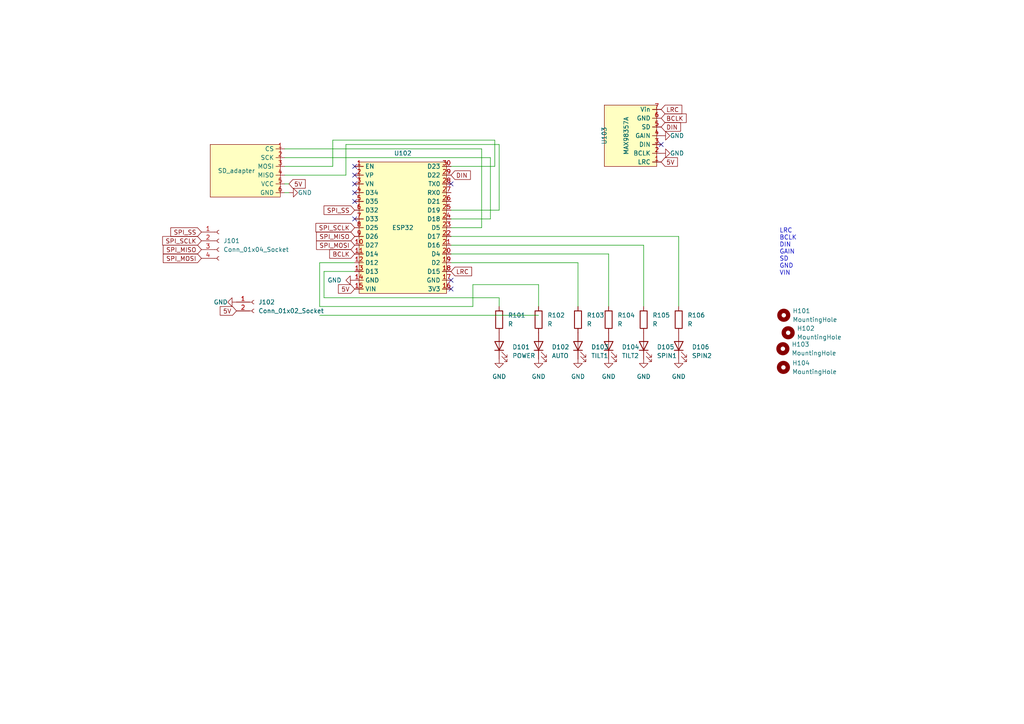
<source format=kicad_sch>
(kicad_sch (version 20230121) (generator eeschema)
  (paper "A4")
  (lib_symbols
    (symbol "Connector:Conn_01x02_Socket" (pin_names (offset 1.016) hide)
      (property "Reference" "J" (at 0 2.54 0))
      (property "Value" "Conn_01x02_Socket" (at 0 -5.08 0))
      (symbol "Conn_01x02_Socket_1_1"
        (arc (start 0 -2.032) (mid -0.5058 -2.54) (end 0 -3.048) (stroke (width 0.1524)))
        (polyline (pts (xy -1.27 -2.54) (xy -0.508 -2.54)) (stroke (width 0.1524)))
        (polyline (pts (xy -1.27 0) (xy -0.508 0)) (stroke (width 0.1524)))
        (arc (start 0 0.508) (mid -0.5058 0) (end 0 -0.508) (stroke (width 0.1524)))
        (pin passive line (at -5.08 0 0) (length 3.81) (name "Pin_1") (number "1"))
        (pin passive line (at -5.08 -2.54 0) (length 3.81) (name "Pin_2") (number "2"))
      )
    )
    (symbol "Connector:Conn_01x04_Socket" (pin_names (offset 1.016) hide)
      (property "Reference" "J" (at 0 5.08 0))
      (property "Value" "Conn_01x04_Socket" (at 0 -7.62 0))
      (symbol "Conn_01x04_Socket_1_1"
        (arc (start 0 -4.572) (mid -0.5058 -5.08) (end 0 -5.588) (stroke (width 0.1524)))
        (arc (start 0 -2.032) (mid -0.5058 -2.54) (end 0 -3.048) (stroke (width 0.1524)))
        (polyline (pts (xy -1.27 -5.08) (xy -0.508 -5.08)) (stroke (width 0.1524)))
        (polyline (pts (xy -1.27 -2.54) (xy -0.508 -2.54)) (stroke (width 0.1524)))
        (polyline (pts (xy -1.27 0) (xy -0.508 0)) (stroke (width 0.1524)))
        (polyline (pts (xy -1.27 2.54) (xy -0.508 2.54)) (stroke (width 0.1524)))
        (arc (start 0 0.508) (mid -0.5058 0) (end 0 -0.508) (stroke (width 0.1524)))
        (arc (start 0 3.048) (mid -0.5058 2.54) (end 0 2.032) (stroke (width 0.1524)))
        (pin passive line (at -5.08 2.54 0) (length 3.81) (name "Pin_1") (number "1"))
        (pin passive line (at -5.08 0 0) (length 3.81) (name "Pin_2") (number "2"))
        (pin passive line (at -5.08 -2.54 0) (length 3.81) (name "Pin_3") (number "3"))
        (pin passive line (at -5.08 -5.08 0) (length 3.81) (name "Pin_4") (number "4"))
      )
    )
    (symbol "Device:LED" (pin_numbers hide) (pin_names (offset 1.016) hide)
      (property "Reference" "D" (at 0 2.54 0))
      (property "Value" "LED" (at 0 -2.54 0))
      (symbol "LED_0_1"
        (polyline (pts (xy -1.27 -1.27) (xy -1.27 1.27)) (stroke (width 0.254)))
        (polyline (pts (xy -1.27 0) (xy 1.27 0)))
        (polyline (pts (xy 1.27 -1.27) (xy 1.27 1.27) (xy -1.27 0) (xy 1.27 -1.27)) (stroke (width 0.254)))
        (polyline (pts (xy -3.048 -0.762) (xy -4.572 -2.286) (xy -3.81 -2.286) (xy -4.572 -2.286) (xy -4.572 -1.524)))
        (polyline (pts (xy -1.778 -0.762) (xy -3.302 -2.286) (xy -2.54 -2.286) (xy -3.302 -2.286) (xy -3.302 -1.524)))
      )
      (symbol "LED_1_1"
        (pin passive line (at -3.81 0 0) (length 2.54) (name "K") (number "1"))
        (pin passive line (at 3.81 0 180) (length 2.54) (name "A") (number "2"))
      )
    )
    (symbol "Device:R" (pin_numbers hide) (pin_names (offset 0))
      (property "Reference" "R" (at 2.032 0 90))
      (property "Value" "R" (at 0 0 90))
      (symbol "R_0_1"
        (rectangle (start -1.016 -2.54) (end 1.016 2.54) (stroke (width 0.254)))
      )
      (symbol "R_1_1"
        (pin passive line (at 0 3.81 270) (length 1.27) (name "~") (number "1"))
        (pin passive line (at 0 -3.81 90) (length 1.27) (name "~") (number "2"))
      )
    )
    (symbol "ESP32_30PIN:ESP32_30PIN"
      (property "Reference" "U" (at 0 0 0))
      (symbol "ESP32_30PIN_1_1"
        (rectangle (start -12.7 19.05) (end 12.7 -19.05) (fill (type background)))
        (pin bidirectional line (at -13.97 17.78 0) (length 2.54) (name "EN") (number "1"))
        (pin bidirectional line (at -13.97 -5.08 0) (length 2.54) (name "D27") (number "10"))
        (pin bidirectional line (at -13.97 -7.62 0) (length 2.54) (name "D14") (number "11"))
        (pin bidirectional line (at -13.97 -10.16 0) (length 2.54) (name "D12") (number "12"))
        (pin bidirectional line (at -13.97 -12.7 0) (length 2.54) (name "D13") (number "13"))
        (pin bidirectional line (at -13.97 -15.24 0) (length 2.54) (name "GND") (number "14"))
        (pin bidirectional line (at -13.97 -17.78 0) (length 2.54) (name "VIN") (number "15"))
        (pin bidirectional line (at 13.97 -17.78 180) (length 2.54) (name "3V3") (number "16"))
        (pin bidirectional line (at 13.97 -15.24 180) (length 2.54) (name "GND") (number "17"))
        (pin bidirectional line (at 13.97 -12.7 180) (length 2.54) (name "D15") (number "18"))
        (pin bidirectional line (at 13.97 -10.16 180) (length 2.54) (name "D2") (number "19"))
        (pin bidirectional line (at -13.97 15.24 0) (length 2.54) (name "VP") (number "2"))
        (pin bidirectional line (at 13.97 -7.62 180) (length 2.54) (name "D4") (number "20"))
        (pin bidirectional line (at 13.97 -5.08 180) (length 2.54) (name "D16") (number "21"))
        (pin bidirectional line (at 13.97 -2.54 180) (length 2.54) (name "D17") (number "22"))
        (pin bidirectional line (at 13.97 0 180) (length 2.54) (name "D5") (number "23"))
        (pin bidirectional line (at 13.97 2.54 180) (length 2.54) (name "D18") (number "24"))
        (pin bidirectional line (at 13.97 5.08 180) (length 2.54) (name "D19") (number "25"))
        (pin bidirectional line (at 13.97 7.62 180) (length 2.54) (name "D21") (number "26"))
        (pin bidirectional line (at 13.97 10.16 180) (length 2.54) (name "RX0") (number "27"))
        (pin bidirectional line (at 13.97 12.7 180) (length 2.54) (name "TX0") (number "28"))
        (pin bidirectional line (at 13.97 15.24 180) (length 2.54) (name "D22") (number "29"))
        (pin bidirectional line (at -13.97 12.7 0) (length 2.54) (name "VN") (number "3"))
        (pin bidirectional line (at 13.97 17.78 180) (length 2.54) (name "D23") (number "30"))
        (pin bidirectional line (at -13.97 10.16 0) (length 2.54) (name "D34") (number "4"))
        (pin bidirectional line (at -13.97 7.62 0) (length 2.54) (name "D35") (number "5"))
        (pin bidirectional line (at -13.97 5.08 0) (length 2.54) (name "D32") (number "6"))
        (pin bidirectional line (at -13.97 2.54 0) (length 2.54) (name "D33") (number "7"))
        (pin bidirectional line (at -13.97 0 0) (length 2.54) (name "D25") (number "8"))
        (pin bidirectional line (at -13.97 -2.54 0) (length 2.54) (name "D26") (number "9"))
      )
    )
    (symbol "MAX98357A:MAX98357A"
      (property "Reference" "U" (at 2.54 -7.62 0))
      (symbol "MAX98357A_1_1"
        (rectangle (start -8.89 7.62) (end 8.89 -7.62) (fill (type background)))
        (pin bidirectional line (at -7.62 -8.89 90) (length 2.54) (name "LRC") (number "1"))
        (pin bidirectional line (at -5.08 -8.89 90) (length 2.54) (name "BCLK") (number "2"))
        (pin bidirectional line (at -2.54 -8.89 90) (length 2.54) (name "DIN") (number "3"))
        (pin bidirectional line (at 0 -8.89 90) (length 2.54) (name "GAIN") (number "4"))
        (pin bidirectional line (at 2.54 -8.89 90) (length 2.54) (name "SD") (number "5"))
        (pin bidirectional line (at 5.08 -8.89 90) (length 2.54) (name "GND") (number "6"))
        (pin bidirectional line (at 7.62 -8.89 90) (length 2.54) (name "Vin") (number "7"))
      )
    )
    (symbol "Mechanical:MountingHole" (pin_names (offset 1.016))
      (property "Reference" "H" (at 0 5.08 0))
      (property "Value" "MountingHole" (at 0 3.175 0))
      (symbol "MountingHole_0_1"
        (circle (center 0 0) (radius 1.27) (stroke (width 1.27)))
      )
    )
    (symbol "SD_adapter:SD_adapter"
      (property "Reference" "U" (at 11.43 0 0))
      (symbol "SD_adapter_1_1"
        (rectangle (start -10.16 8.89) (end 10.16 -6.35) (fill (type background)))
        (pin bidirectional line (at 11.43 7.62 180) (length 2.54) (name "CS") (number "1"))
        (pin bidirectional line (at 11.43 5.08 180) (length 2.54) (name "SCK") (number "2"))
        (pin bidirectional line (at 11.43 2.54 180) (length 2.54) (name "MOSI") (number "3"))
        (pin bidirectional line (at 11.43 0 180) (length 2.54) (name "MISO") (number "4"))
        (pin bidirectional line (at 11.43 -2.54 180) (length 2.54) (name "VCC") (number "5"))
        (pin bidirectional line (at 11.43 -5.08 180) (length 2.54) (name "GND") (number "6"))
      )
    )
    (symbol "power:GND" (power) (pin_names (offset 0))
      (property "Value" "GND" (at 0 -3.81 0))
      (symbol "GND_0_1"
        (polyline (pts (xy 0 0) (xy 0 -1.27) (xy 1.27 -1.27) (xy 0 -2.54) (xy -1.27 -1.27) (xy 0 -1.27)))
      )
      (symbol "GND_1_1"
        (pin power_in line (at 0 0 270) (length 0) hide (name "GND") (number "1"))
      )
    )
  )
  (no_connect (at 102.87 58.42))
  (no_connect (at 102.87 55.88))
  (no_connect (at 130.81 53.34))
  (no_connect (at 191.77 41.91))
  (no_connect (at 102.87 48.26))
  (no_connect (at 102.87 50.8))
  (no_connect (at 102.87 63.5))
  (no_connect (at 130.81 81.28))
  (no_connect (at 102.87 53.34))
  (no_connect (at 130.81 83.82))
  (wire (pts (xy 130.81 68.58) (xy 196.85 68.58)))
  (wire (pts (xy 82.55 43.18) (xy 139.7 43.18)))
  (wire (pts (xy 92.71 88.9) (xy 137.16 88.9)))
  (wire (pts (xy 96.52 40.64) (xy 143.51 40.64)))
  (wire (pts (xy 82.55 45.72) (xy 142.24 45.72)))
  (wire (pts (xy 100.33 50.8) (xy 100.33 41.91)))
  (wire (pts (xy 130.81 71.12) (xy 186.69 71.12)))
  (wire (pts (xy 167.64 76.2) (xy 167.64 88.9)))
  (wire (pts (xy 100.33 41.91) (xy 144.78 41.91)))
  (wire (pts (xy 186.69 71.12) (xy 186.69 88.9)))
  (wire (pts (xy 92.71 91.44) (xy 156.21 91.44)))
  (wire (pts (xy 176.53 73.66) (xy 176.53 88.9)))
  (wire (pts (xy 139.7 43.18) (xy 139.7 66.04)))
  (wire (pts (xy 139.7 66.04) (xy 130.81 66.04)))
  (wire (pts (xy 130.81 48.26) (xy 143.51 48.26)))
  (wire (pts (xy 93.98 78.74) (xy 93.98 86.36)))
  (wire (pts (xy 144.78 41.91) (xy 144.78 60.96)))
  (wire (pts (xy 93.98 86.36) (xy 144.78 86.36)))
  (wire (pts (xy 137.16 88.9) (xy 137.16 82.55)))
  (wire (pts (xy 82.55 55.88) (xy 83.82 55.88)))
  (wire (pts (xy 96.52 48.26) (xy 96.52 40.64)))
  (wire (pts (xy 102.87 76.2) (xy 92.71 76.2)))
  (wire (pts (xy 82.55 53.34) (xy 83.82 53.34)))
  (wire (pts (xy 137.16 82.55) (xy 156.21 82.55)))
  (wire (pts (xy 82.55 50.8) (xy 100.33 50.8)))
  (wire (pts (xy 196.85 68.58) (xy 196.85 88.9)))
  (wire (pts (xy 144.78 60.96) (xy 130.81 60.96)))
  (wire (pts (xy 142.24 45.72) (xy 142.24 63.5)))
  (wire (pts (xy 142.24 63.5) (xy 130.81 63.5)))
  (wire (pts (xy 130.81 73.66) (xy 176.53 73.66)))
  (wire (pts (xy 92.71 76.2) (xy 92.71 88.9)))
  (wire (pts (xy 82.55 48.26) (xy 96.52 48.26)))
  (wire (pts (xy 130.81 76.2) (xy 167.64 76.2)))
  (wire (pts (xy 143.51 40.64) (xy 143.51 48.26)))
  (wire (pts (xy 102.87 78.74) (xy 93.98 78.74)))
  (wire (pts (xy 156.21 82.55) (xy 156.21 88.9)))
  (wire (pts (xy 144.78 86.36) (xy 144.78 88.9)))
  (text "LRC\nBCLK\nDIN\nGAIN\nSD\nGND\nVIN" (at 226.06 80.01 0) (effects (font (size 1.27 1.27)) (justify left bottom)))
  (global_label "SPI_MISO" (shape input) (at 58.42 72.39 180) (property "Intersheetrefs" "${INTERSHEET_REFS}" (effects hide)))
  (global_label "SPI_SS" (shape input) (at 102.87 60.96 180) (property "Intersheetrefs" "${INTERSHEET_REFS}" (effects hide)))
  (global_label "DIN" (shape input) (at 130.81 50.8 0) (property "Intersheetrefs" "${INTERSHEET_REFS}" (effects hide)))
  (global_label "SPI_MOSI" (shape input) (at 102.87 71.12 180) (property "Intersheetrefs" "${INTERSHEET_REFS}" (effects hide)))
  (global_label "LRC" (shape input) (at 130.81 78.74 0) (property "Intersheetrefs" "${INTERSHEET_REFS}" (effects hide)))
  (global_label "SPI_SCLK" (shape input) (at 102.87 66.04 180) (property "Intersheetrefs" "${INTERSHEET_REFS}" (effects hide)))
  (global_label "5V" (shape input) (at 102.87 83.82 180) (property "Intersheetrefs" "${INTERSHEET_REFS}" (effects hide)))
  (global_label "BCLK" (shape input) (at 102.87 73.66 180) (property "Intersheetrefs" "${INTERSHEET_REFS}" (effects hide)))
  (global_label "SPI_MOSI" (shape input) (at 58.42 74.93 180) (property "Intersheetrefs" "${INTERSHEET_REFS}" (effects hide)))
  (global_label "BCLK" (shape input) (at 191.77 34.29 0) (property "Intersheetrefs" "${INTERSHEET_REFS}" (effects hide)))
  (global_label "5V" (shape input) (at 191.77 46.99 0) (property "Intersheetrefs" "${INTERSHEET_REFS}" (effects hide)))
  (global_label "SPI_SCLK" (shape input) (at 58.42 69.85 180) (property "Intersheetrefs" "${INTERSHEET_REFS}" (effects hide)))
  (global_label "5V" (shape input) (at 68.58 90.17 180) (property "Intersheetrefs" "${INTERSHEET_REFS}" (effects hide)))
  (global_label "5V" (shape input) (at 83.82 53.34 0) (property "Intersheetrefs" "${INTERSHEET_REFS}" (effects hide)))
  (global_label "SPI_MISO" (shape input) (at 102.87 68.58 180) (property "Intersheetrefs" "${INTERSHEET_REFS}" (effects hide)))
  (global_label "DIN" (shape input) (at 191.77 36.83 0) (property "Intersheetrefs" "${INTERSHEET_REFS}" (effects hide)))
  (global_label "SPI_SS" (shape input) (at 58.42 67.31 180) (property "Intersheetrefs" "${INTERSHEET_REFS}" (effects hide)))
  (global_label "LRC" (shape input) (at 191.77 31.75 0) (property "Intersheetrefs" "${INTERSHEET_REFS}" (effects hide)))
  (symbol (lib_id "Device:LED") (at 176.53 100.33 90) (unit 1)
    (property "Reference" "D104" (at 180.34 100.6475 90) (effects (justify right)))
    (property "Value" "TILT2" (at 180.34 103.1875 90) (effects (justify right)))
    (property "Footprint" "MyLED:LED_D5.0mm" (effects hide))
  )
  (symbol (lib_id "power:GND") (at 156.21 104.14 0) (unit 1)
    (property "Reference" "#PWR0107" (effects hide))
    (property "Value" "GND" (at 156.21 109.22 0))
  )
  (symbol (lib_id "MAX98357A:MAX98357A") (at 182.88 39.37 90) (unit 1)
    (property "Reference" "U103" (at 175.26 39.37 0))
    (property "Value" "MAX98357A" (at 181.61 39.37 0))
    (property "Footprint" "MAX98357A:MAX98357A" (effects hide))
  )
  (symbol (lib_id "Device:LED") (at 196.85 100.33 90) (unit 1)
    (property "Reference" "D106" (at 200.66 100.6475 90) (effects (justify right)))
    (property "Value" "SPIN2" (at 200.66 103.1875 90) (effects (justify right)))
    (property "Footprint" "MyLED:LED_D5.0mm" (effects hide))
  )
  (symbol (lib_id "Connector:Conn_01x04_Socket") (at 63.5 69.85 0) (unit 1)
    (property "Reference" "J101" (at 64.77 69.85 0) (effects (justify left)))
    (property "Value" "Conn_01x04_Socket" (at 64.77 72.39 0) (effects (justify left)))
    (property "Footprint" "Connector_PinSocket_2.54mm:PinSocket_1x04_P2.54mm_Vertical" (effects hide))
  )
  (symbol (lib_id "Device:LED") (at 186.69 100.33 90) (unit 1)
    (property "Reference" "D105" (at 190.5 100.6475 90) (effects (justify right)))
    (property "Value" "SPIN1" (at 190.5 103.1875 90) (effects (justify right)))
    (property "Footprint" "MyLED:LED_D5.0mm" (effects hide))
  )
  (symbol (lib_id "power:GND") (at 186.69 104.14 0) (unit 1)
    (property "Reference" "#PWR0110" (effects hide))
    (property "Value" "GND" (at 186.69 109.22 0))
  )
  (symbol (lib_id "ESP32_30PIN:ESP32_30PIN") (at 116.84 66.04 0) (unit 1)
    (property "Reference" "U102" (at 116.84 44.45 0))
    (property "Value" "ESP32" (at 116.84 66.04 0))
    (property "Footprint" "ESP32_30PIN:ESP32_30PIN" (effects hide))
  )
  (symbol (lib_id "Mechanical:MountingHole") (at 228.6 96.52 0) (unit 1)
    (property "Reference" "H102" (at 231.14 95.25 0) (effects (justify left)))
    (property "Value" "MountingHole" (at 231.14 97.79 0) (effects (justify left)))
    (property "Footprint" "MountingHole:MountingHole_3.2mm_M3" (effects hide))
  )
  (symbol (lib_id "power:GND") (at 102.87 81.28 270) (unit 1)
    (property "Reference" "#PWR0102" (effects hide))
    (property "Value" "GND" (at 99.06 81.28 90) (effects (justify right)))
  )
  (symbol (lib_id "power:GND") (at 191.77 44.45 90) (unit 1)
    (property "Reference" "#PWR0103" (effects hide))
    (property "Value" "GND" (at 194.31 44.45 90) (effects (justify right)))
  )
  (symbol (lib_id "power:GND") (at 167.64 104.14 0) (unit 1)
    (property "Reference" "#PWR0108" (effects hide))
    (property "Value" "GND" (at 167.64 109.22 0))
  )
  (symbol (lib_id "Device:LED") (at 167.64 100.33 90) (unit 1)
    (property "Reference" "D103" (at 171.45 100.6475 90) (effects (justify right)))
    (property "Value" "TILT1" (at 171.45 103.1875 90) (effects (justify right)))
    (property "Footprint" "MyLED:LED_D5.0mm" (effects hide))
  )
  (symbol (lib_id "power:GND") (at 68.58 87.63 270) (unit 1)
    (property "Reference" "#PWR0105" (effects hide))
    (property "Value" "GND" (at 66.04 87.63 90) (effects (justify right)))
  )
  (symbol (lib_id "Mechanical:MountingHole") (at 227.33 91.44 0) (unit 1)
    (property "Reference" "H101" (at 229.87 90.17 0) (effects (justify left)))
    (property "Value" "MountingHole" (at 229.87 92.71 0) (effects (justify left)))
    (property "Footprint" "MountingHole:MountingHole_3.2mm_M3" (effects hide))
  )
  (symbol (lib_id "SD_adapter:SD_adapter") (at 71.12 50.8 0) (unit 1)
    (property "Reference" "U101" (effects hide))
    (property "Value" "SD_adapter" (at 68.58 49.53 0))
    (property "Footprint" "SD_Adapter:SD_Adapter" (effects hide))
  )
  (symbol (lib_id "Device:R") (at 186.69 92.71 0) (unit 1)
    (property "Reference" "R105" (at 189.23 91.44 0) (effects (justify left)))
    (property "Value" "R" (at 189.23 93.98 0) (effects (justify left)))
    (property "Footprint" "My7.62mmResistor:My7.62mmResistor" (effects hide))
  )
  (symbol (lib_id "Device:R") (at 167.64 92.71 0) (unit 1)
    (property "Reference" "R103" (at 170.18 91.44 0) (effects (justify left)))
    (property "Value" "R" (at 170.18 93.98 0) (effects (justify left)))
    (property "Footprint" "My7.62mmResistor:My7.62mmResistor" (effects hide))
  )
  (symbol (lib_id "Mechanical:MountingHole") (at 227.2225 106.5601 0) (unit 1)
    (property "Reference" "H104" (at 229.7625 105.2901 0) (effects (justify left)))
    (property "Value" "MountingHole" (at 229.7625 107.8301 0) (effects (justify left)))
    (property "Footprint" "MountingHole:MountingHole_3.2mm_M3" (effects hide))
  )
  (symbol (lib_id "power:GND") (at 196.85 104.14 0) (unit 1)
    (property "Reference" "#PWR0111" (effects hide))
    (property "Value" "GND" (at 196.85 109.22 0))
  )
  (symbol (lib_id "power:GND") (at 191.77 39.37 90) (unit 1)
    (property "Reference" "#PWR0104" (effects hide))
    (property "Value" "GND" (at 194.31 39.37 90) (effects (justify right)))
  )
  (symbol (lib_id "Mechanical:MountingHole") (at 227.0678 101.1458 0) (unit 1)
    (property "Reference" "H103" (at 229.6078 99.8758 0) (effects (justify left)))
    (property "Value" "MountingHole" (at 229.6078 102.4158 0) (effects (justify left)))
    (property "Footprint" "MountingHole:MountingHole_3.2mm_M3" (effects hide))
  )
  (symbol (lib_id "Connector:Conn_01x02_Socket") (at 73.66 87.63 0) (unit 1)
    (property "Reference" "J102" (at 74.93 87.63 0) (effects (justify left)))
    (property "Value" "Conn_01x02_Socket" (at 74.93 90.17 0) (effects (justify left)))
    (property "Footprint" "Connector_PinSocket_2.54mm:PinSocket_1x02_P2.54mm_Vertical" (effects hide))
  )
  (symbol (lib_id "power:GND") (at 176.53 104.14 0) (unit 1)
    (property "Reference" "#PWR0109" (effects hide))
    (property "Value" "GND" (at 176.53 109.22 0))
  )
  (symbol (lib_id "power:GND") (at 83.82 55.88 90) (unit 1)
    (property "Reference" "#PWR0101" (effects hide))
    (property "Value" "GND" (at 86.36 55.88 90) (effects (justify right)))
  )
  (symbol (lib_id "Device:R") (at 196.85 92.71 0) (unit 1)
    (property "Reference" "R106" (at 199.39 91.44 0) (effects (justify left)))
    (property "Value" "R" (at 199.39 93.98 0) (effects (justify left)))
    (property "Footprint" "My7.62mmResistor:My7.62mmResistor" (effects hide))
  )
  (symbol (lib_id "Device:R") (at 156.21 92.71 0) (unit 1)
    (property "Reference" "R102" (at 158.75 91.44 0) (effects (justify left)))
    (property "Value" "R" (at 158.75 93.98 0) (effects (justify left)))
    (property "Footprint" "My7.62mmResistor:My7.62mmResistor" (effects hide))
  )
  (symbol (lib_id "power:GND") (at 144.78 104.14 0) (unit 1)
    (property "Reference" "#PWR0106" (effects hide))
    (property "Value" "GND" (at 144.78 109.22 0))
  )
  (symbol (lib_id "Device:LED") (at 144.78 100.33 90) (unit 1)
    (property "Reference" "D101" (at 148.59 100.6475 90) (effects (justify right)))
    (property "Value" "POWER" (at 148.59 103.1875 90) (effects (justify right)))
    (property "Footprint" "MyLED:LED_D5.0mm" (effects hide))
  )
  (symbol (lib_id "Device:LED") (at 156.21 100.33 90) (unit 1)
    (property "Reference" "D102" (at 160.02 100.6475 90) (effects (justify right)))
    (property "Value" "AUTO" (at 160.02 103.1875 90) (effects (justify right)))
    (property "Footprint" "MyLED:LED_D5.0mm" (effects hide))
  )
  (symbol (lib_id "Device:R") (at 144.78 92.71 0) (unit 1)
    (property "Reference" "R101" (at 147.32 91.44 0) (effects (justify left)))
    (property "Value" "R" (at 147.32 93.98 0) (effects (justify left)))
    (property "Footprint" "My7.62mmResistor:My7.62mmResistor" (effects hide))
  )
  (symbol (lib_id "Device:R") (at 176.53 92.71 0) (unit 1)
    (property "Reference" "R104" (at 179.07 91.44 0) (effects (justify left)))
    (property "Value" "R" (at 179.07 93.98 0) (effects (justify left)))
    (property "Footprint" "My7.62mmResistor:My7.62mmResistor" (effects hide))
  )
)
</source>
